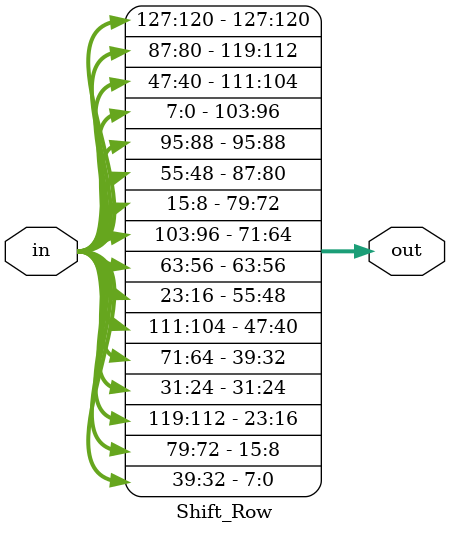
<source format=v>
module Shift_Row(
    input   [127:0]in,
    output  [127:0]out
);

	assign out[127:120] = in[127:120];
	assign out[95:88]   = in[95:88];
	assign out[63:56]   = in[63:56];
	assign out[31:24]   = in[31:24];

	assign out[119:112] = in[87:80];
	assign out[87:80]   = in[55:48];
	assign out[55:48]   = in[23:16];
	assign out[23:16]   = in[119:112];
	
	assign out[111:104] = in[47:40];
	assign out[79:72]   = in[15:8];
	assign out[47:40]   = in[111:104];
	assign out[15:8]    = in[79:72];
	
	assign out[103:96]  = in[7:0];
	assign out[71:64]   = in[103:96];
	assign out[39:32]   = in[71:64];
	assign out[7:0]     = in[39:32];

endmodule

</source>
